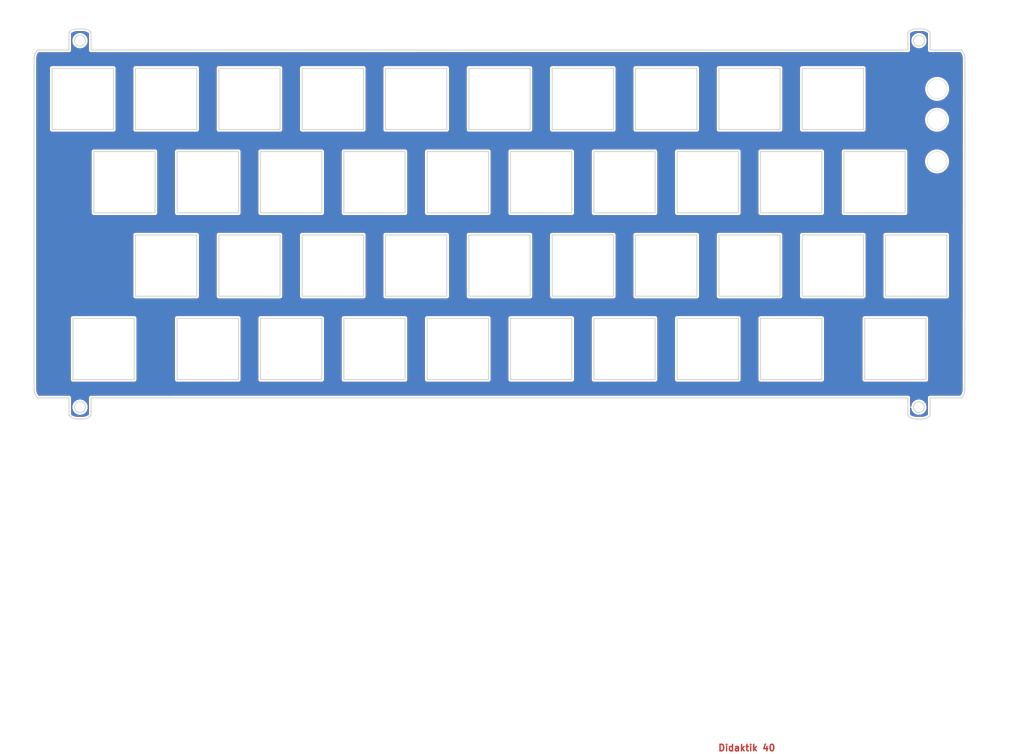
<source format=kicad_pcb>
(kicad_pcb (version 20211014) (generator pcbnew)
  (layers (0 "F.Cu" signal) (31 "B.Cu" signal) (34 "B.Paste" user) (35 "F.Paste" user) (36 "B.SilkS" user "B.Silkscreen") (37 "F.SilkS" user "F.Silkscreen") (38 "B.Mask" user) (39 "F.Mask" user) (44 "Edge.Cuts" user))
  (net 0 "")
  (gr_line (start 196.2 91.425) (end 196.2 105.425) (layer "Edge.Cuts") (width 0.2))
  (gr_line (start 181.625 34.275) (end 167.625 34.275) (layer "Edge.Cuts") (width 0.2))
  (gr_line (start 43.8 53.325) (end 43.8 67.325) (layer "Edge.Cuts") (width 0.2))
  (gr_arc (start 41.275 25.273) (mid 42.29976 25.473579) (end 43.173255 26.045744) (layer "Edge.Cuts") (width 0.2))
  (gr_line (start 234.950082 26.027197) (end 234.950082 30.091197) (layer "Edge.Cuts") (width 0.2))
  (gr_line (start 220.0125 91.425) (end 220.0125 105.425) (layer "Edge.Cuts") (width 0.2))
  (gr_line (start 86.375 86.375) (end 86.375 72.375) (layer "Edge.Cuts") (width 0.2))
  (gr_line (start 53.325 86.375) (end 67.325 86.375) (layer "Edge.Cuts") (width 0.2))
  (gr_line (start 196.2 67.325) (end 210.2 67.325) (layer "Edge.Cuts") (width 0.2))
  (gr_line (start 153.05 67.325) (end 153.05 53.325) (layer "Edge.Cuts") (width 0.2))
  (gr_line (start 43.8 67.325) (end 57.8 67.325) (layer "Edge.Cuts") (width 0.2))
  (gr_line (start 238.775 86.375) (end 238.775 72.375) (layer "Edge.Cuts") (width 0.2))
  (gr_line (start 200.675 72.375) (end 186.675 72.375) (layer "Edge.Cuts") (width 0.2))
  (gr_circle (center 232.410727 27.964913) (end 231.160727 27.964913) (layer "Edge.Cuts") (width 0.2) (fill none))
  (gr_circle (center 236.560064 38.989) (end 238.147564 40.5765) (layer "Edge.Cuts") (width 0.1) (fill none))
  (gr_line (start 86.375 34.275) (end 72.375 34.275) (layer "Edge.Cuts") (width 0.2))
  (gr_line (start 219.725 86.375) (end 219.725 72.375) (layer "Edge.Cuts") (width 0.2))
  (gr_line (start 215.25 67.325) (end 229.25 67.325) (layer "Edge.Cuts") (width 0.2))
  (gr_line (start 229.870045 109.608984) (end 229.87679 113.66224) (layer "Edge.Cuts") (width 0.2))
  (gr_line (start 86.375 48.275) (end 86.375 34.275) (layer "Edge.Cuts") (width 0.2))
  (gr_line (start 167.625 48.275) (end 181.625 48.275) (layer "Edge.Cuts") (width 0.2))
  (gr_line (start 172.1 67.325) (end 172.1 53.325) (layer "Edge.Cuts") (width 0.2))
  (gr_line (start 167.625 72.375) (end 167.625 86.375) (layer "Edge.Cuts") (width 0.2))
  (gr_line (start 143.525 48.275) (end 143.525 34.275) (layer "Edge.Cuts") (width 0.2))
  (gr_line (start 53.325 72.375) (end 53.325 86.375) (layer "Edge.Cuts") (width 0.2))
  (gr_line (start 67.325 34.275) (end 53.325 34.275) (layer "Edge.Cuts") (width 0.2))
  (gr_line (start 48.275 48.275) (end 48.275 34.275) (layer "Edge.Cuts") (width 0.2))
  (gr_line (start 53.0375 91.425) (end 39.0375 91.425) (layer "Edge.Cuts") (width 0.2))
  (gr_line (start 39.0375 105.425) (end 53.0375 105.425) (layer "Edge.Cuts") (width 0.2))
  (gr_line (start 177.15 105.425) (end 191.15 105.425) (layer "Edge.Cuts") (width 0.2))
  (gr_line (start 91.425 86.375) (end 105.425 86.375) (layer "Edge.Cuts") (width 0.2))
  (gr_line (start 53.325 48.275) (end 67.325 48.275) (layer "Edge.Cuts") (width 0.2))
  (gr_line (start 229.25 67.325) (end 229.25 53.325) (layer "Edge.Cuts") (width 0.2))
  (gr_line (start 229.25 53.325) (end 215.25 53.325) (layer "Edge.Cuts") (width 0.2))
  (gr_line (start 114.95 91.425) (end 100.95 91.425) (layer "Edge.Cuts") (width 0.2))
  (gr_line (start 120 53.325) (end 120 67.325) (layer "Edge.Cuts") (width 0.2))
  (gr_line (start 67.325 86.375) (end 67.325 72.375) (layer "Edge.Cuts") (width 0.2))
  (gr_line (start 148.575 72.375) (end 148.575 86.375) (layer "Edge.Cuts") (width 0.2))
  (gr_line (start 210.2 67.325) (end 210.2 53.325) (layer "Edge.Cuts") (width 0.2))
  (gr_line (start 148.575 48.275) (end 162.575 48.275) (layer "Edge.Cuts") (width 0.2))
  (gr_line (start 100.95 67.325) (end 114.95 67.325) (layer "Edge.Cuts") (width 0.2))
  (gr_line (start 129.525 34.275) (end 129.525 48.275) (layer "Edge.Cuts") (width 0.2))
  (gr_line (start 134 91.425) (end 120 91.425) (layer "Edge.Cuts") (width 0.2))
  (gr_line (start 143.525 86.375) (end 143.525 72.375) (layer "Edge.Cuts") (width 0.2))
  (gr_line (start 91.425 34.275) (end 91.425 48.275) (layer "Edge.Cuts") (width 0.2))
  (gr_arc (start 231.775045 114.434984) (mid 230.750282 114.234411) (end 229.87679 113.66224) (layer "Edge.Cuts") (width 0.2))
  (gr_line (start 95.9 105.425) (end 95.9 91.425) (layer "Edge.Cuts") (width 0.2))
  (gr_line (start 200.675 86.375) (end 200.675 72.375) (layer "Edge.Cuts") (width 0.2))
  (gr_line (start 129.525 86.375) (end 143.525 86.375) (layer "Edge.Cuts") (width 0.2))
  (gr_circle (center 40.64 111.74) (end 41.89 111.74) (layer "Edge.Cuts") (width 0.2) (fill none))
  (gr_line (start 158.1 67.325) (end 172.1 67.325) (layer "Edge.Cuts") (width 0.2))
  (gr_arc (start 30.923617 109.613716) (mid 30.343213 108.720505) (end 30.139872 107.674872) (layer "Edge.Cuts") (width 0.2))
  (gr_line (start 210.2 91.425) (end 196.2 91.425) (layer "Edge.Cuts") (width 0.2))
  (gr_line (start 231.775082 25.265197) (end 233.045082 25.265197) (layer "Edge.Cuts") (width 0.2))
  (gr_line (start 177.15 91.425) (end 177.15 105.425) (layer "Edge.Cuts") (width 0.2))
  (gr_line (start 120 91.425) (end 120 105.425) (layer "Edge.Cuts") (width 0.2))
  (gr_line (start 134 105.425) (end 134 91.425) (layer "Edge.Cuts") (width 0.2))
  (gr_line (start 67.325 48.275) (end 67.325 34.275) (layer "Edge.Cuts") (width 0.2))
  (gr_line (start 219.725 72.375) (end 205.725 72.375) (layer "Edge.Cuts") (width 0.2))
  (gr_line (start 62.85 67.325) (end 76.85 67.325) (layer "Edge.Cuts") (width 0.2))
  (gr_line (start 95.9 67.325) (end 95.9 53.325) (layer "Edge.Cuts") (width 0.2))
  (gr_line (start 143.525 72.375) (end 129.525 72.375) (layer "Edge.Cuts") (width 0.2))
  (gr_line (start 205.725 86.375) (end 219.725 86.375) (layer "Edge.Cuts") (width 0.2))
  (gr_line (start 139.05 53.325) (end 139.05 67.325) (layer "Edge.Cuts") (width 0.2))
  (gr_line (start 48.275 34.275) (end 34.275 34.275) (layer "Edge.Cuts") (width 0.2))
  (gr_line (start 181.625 48.275) (end 181.625 34.275) (layer "Edge.Cuts") (width 0.2))
  (gr_line (start 134 53.325) (end 120 53.325) (layer "Edge.Cuts") (width 0.2))
  (gr_line (start 81.9 91.425) (end 81.9 105.425) (layer "Edge.Cuts") (width 0.2))
  (gr_line (start 224.775 72.375) (end 224.775 86.375) (layer "Edge.Cuts") (width 0.2))
  (gr_line (start 238.775 72.375) (end 224.775 72.375) (layer "Edge.Cuts") (width 0.2))
  (gr_line (start 172.1 105.425) (end 172.1 91.425) (layer "Edge.Cuts") (width 0.2))
  (gr_line (start 210.2 53.325) (end 196.2 53.325) (layer "Edge.Cuts") (width 0.2))
  (gr_line (start 72.375 48.275) (end 86.375 48.275) (layer "Edge.Cuts") (width 0.2))
  (gr_line (start 177.15 53.325) (end 177.15 67.325) (layer "Edge.Cuts") (width 0.2))
  (gr_line (start 62.85 53.325) (end 62.85 67.325) (layer "Edge.Cuts") (width 0.2))
  (gr_line (start 139.05 67.325) (end 153.05 67.325) (layer "Edge.Cuts") (width 0.2))
  (gr_line (start 86.375 72.375) (end 72.375 72.375) (layer "Edge.Cuts") (width 0.2))
  (gr_line (start 39.0375 91.425) (end 39.0375 105.425) (layer "Edge.Cuts") (width 0.2))
  (gr_line (start 72.375 86.375) (end 86.375 86.375) (layer "Edge.Cuts") (width 0.2))
  (gr_line (start 67.325 72.375) (end 53.325 72.375) (layer "Edge.Cuts") (width 0.2))
  (gr_line (start 76.85 67.325) (end 76.85 53.325) (layer "Edge.Cuts") (width 0.2))
  (gr_line (start 153.05 53.325) (end 139.05 53.325) (layer "Edge.Cuts") (width 0.2))
  (gr_arc (start 242.883553 107.671425) (mid 242.687723 108.711423) (end 242.127073 109.608984) (layer "Edge.Cuts") (width 0.2))
  (gr_line (start 215.25 53.325) (end 215.25 67.325) (layer "Edge.Cuts") (width 0.2))
  (gr_line (start 110.475 34.275) (end 110.475 48.275) (layer "Edge.Cuts") (width 0.2))
  (gr_line (start 205.725 48.275) (end 219.725 48.275) (layer "Edge.Cuts") (width 0.2))
  (gr_line (start 53.325 34.275) (end 53.325 48.275) (layer "Edge.Cuts") (width 0.2))
  (gr_line (start 41.275645 114.439716) (end 40.005645 114.439716) (layer "Edge.Cuts") (width 0.2))
  (gr_line (start 242.127073 109.608984) (end 234.950045 109.608984) (layer "Edge.Cuts") (width 0.2))
  (gr_line (start 205.725 34.275) (end 205.725 48.275) (layer "Edge.Cuts") (width 0.2))
  (gr_line (start 191.15 91.425) (end 177.15 91.425) (layer "Edge.Cuts") (width 0.2))
  (gr_line (start 191.15 53.325) (end 177.15 53.325) (layer "Edge.Cuts") (width 0.2))
  (gr_line (start 234.950045 109.608984) (end 234.950045 113.672984) (layer "Edge.Cuts") (width 0.2))
  (gr_line (start 43.18 30.099) (end 229.870082 30.091197) (layer "Edge.Cuts") (width 0.2))
  (gr_line (start 114.95 67.325) (end 114.95 53.325) (layer "Edge.Cuts") (width 0.2))
  (gr_line (start 81.9 53.325) (end 81.9 67.325) (layer "Edge.Cuts") (width 0.2))
  (gr_line (start 191.15 105.425) (end 191.15 91.425) (layer "Edge.Cuts") (width 0.2))
  (gr_line (start 229.876827 26.037941) (end 229.870082 30.091197) (layer "Edge.Cuts") (width 0.2))
  (gr_line (start 91.425 72.375) (end 91.425 86.375) (layer "Edge.Cuts") (width 0.2))
  (gr_line (start 81.9 105.425) (end 95.9 105.425) (layer "Edge.Cuts") (width 0.2))
  (gr_line (start 158.1 91.425) (end 158.1 105.425) (layer "Edge.Cuts") (width 0.2))
  (gr_line (start 148.575 34.275) (end 148.575 48.275) (layer "Edge.Cuts") (width 0.2))
  (gr_line (start 105.425 48.275) (end 105.425 34.275) (layer "Edge.Cuts") (width 0.2))
  (gr_line (start 100.95 91.425) (end 100.95 105.425) (layer "Edge.Cuts") (width 0.2))
  (gr_arc (start 229.876827 26.037941) (mid 230.750319 25.46577) (end 231.775082 25.265197) (layer "Edge.Cuts") (width 0.2))
  (gr_line (start 57.8 67.325) (end 57.8 53.325) (layer "Edge.Cuts") (width 0.2))
  (gr_line (start 134 67.325) (end 134 53.325) (layer "Edge.Cuts") (width 0.2))
  (gr_line (start 219.725 48.275) (end 219.725 34.275) (layer "Edge.Cuts") (width 0.2))
  (gr_line (start 62.85 91.425) (end 62.85 105.425) (layer "Edge.Cuts") (width 0.2))
  (gr_circle (center 236.5375 46.0375) (end 238.125 47.625) (layer "Edge.Cuts") (width 0.1) (fill none))
  (gr_line (start 105.425 72.375) (end 91.425 72.375) (layer "Edge.Cuts") (width 0.2))
  (gr_line (start 53.0375 105.425) (end 53.0375 91.425) (layer "Edge.Cuts") (width 0.2))
  (gr_arc (start 30.139483 32.037844) (mid 30.342757 30.992261) (end 30.922972 30.099) (layer "Edge.Cuts") (width 0.2))
  (gr_line (start 38.100645 109.613716) (end 30.923617 109.613716) (layer "Edge.Cuts") (width 0.2))
  (gr_line (start 110.475 72.375) (end 110.475 86.375) (layer "Edge.Cuts") (width 0.2))
  (gr_line (start 172.1 91.425) (end 158.1 91.425) (layer "Edge.Cuts") (width 0.2))
  (gr_line (start 57.8 53.325) (end 43.8 53.325) (layer "Edge.Cuts") (width 0.2))
  (gr_circle (center 40.639355 27.972716) (end 41.889355 27.972716) (layer "Edge.Cuts") (width 0.2) (fill none))
  (gr_arc (start 43.167156 113.656227) (mid 42.29933 114.236109) (end 41.275645 114.439716) (layer "Edge.Cuts") (width 0.2))
  (gr_line (start 181.625 86.375) (end 181.625 72.375) (layer "Edge.Cuts") (width 0.2))
  (gr_circle (center 232.383681 111.736553) (end 233.633681 111.736553) (layer "Edge.Cuts") (width 0.2) (fill none))
  (gr_line (start 76.85 53.325) (end 62.85 53.325) (layer "Edge.Cuts") (width 0.2))
  (gr_line (start 158.1 105.425) (end 172.1 105.425) (layer "Edge.Cuts") (width 0.2))
  (gr_line (start 114.95 105.425) (end 114.95 91.425) (layer "Edge.Cuts") (width 0.2))
  (gr_line (start 234.0125 91.425) (end 220.0125 91.425) (layer "Edge.Cuts") (width 0.2))
  (gr_line (start 153.05 91.425) (end 139.05 91.425) (layer "Edge.Cuts") (width 0.2))
  (gr_line (start 105.425 34.275) (end 91.425 34.275) (layer "Edge.Cuts") (width 0.2))
  (gr_line (start 186.675 34.275) (end 186.675 48.275) (layer "Edge.Cuts") (width 0.2))
  (gr_line (start 162.575 86.375) (end 162.575 72.375) (layer "Edge.Cuts") (width 0.2))
  (gr_line (start 120 67.325) (end 134 67.325) (layer "Edge.Cuts") (width 0.2))
  (gr_line (start 162.575 48.275) (end 162.575 34.275) (layer "Edge.Cuts") (width 0.2))
  (gr_line (start 233.045045 114.434984) (end 231.775045 114.434984) (layer "Edge.Cuts") (width 0.2))
  (gr_line (start 30.139872 107.674872) (end 30.139483 32.037844) (layer "Edge.Cuts") (width 0.2))
  (gr_line (start 105.425 86.375) (end 105.425 72.375) (layer "Edge.Cuts") (width 0.2))
  (gr_line (start 40.005 25.273) (end 41.275 25.273) (layer "Edge.Cuts") (width 0.2))
  (gr_line (start 200.675 48.275) (end 200.675 34.275) (layer "Edge.Cuts") (width 0.2))
  (gr_line (start 129.525 72.375) (end 129.525 86.375) (layer "Edge.Cuts") (width 0.2))
  (gr_arc (start 234.950045 113.672984) (mid 234.070919 114.23742) (end 233.045045 114.434984) (layer "Edge.Cuts") (width 0.2))
  (gr_line (start 72.375 34.275) (end 72.375 48.275) (layer "Edge.Cuts") (width 0.2))
  (gr_line (start 158.1 53.325) (end 158.1 67.325) (layer "Edge.Cuts") (width 0.2))
  (gr_line (start 124.475 72.375) (end 110.475 72.375) (layer "Edge.Cuts") (width 0.2))
  (gr_line (start 129.525 48.275) (end 143.525 48.275) (layer "Edge.Cuts") (width 0.2))
  (gr_line (start 162.575 34.275) (end 148.575 34.275) (layer "Edge.Cuts") (width 0.2))
  (gr_line (start 186.675 48.275) (end 200.675 48.275) (layer "Edge.Cuts") (width 0.2))
  (gr_line (start 167.625 86.375) (end 181.625 86.375) (layer "Edge.Cuts") (width 0.2))
  (gr_line (start 72.375 72.375) (end 72.375 86.375) (layer "Edge.Cuts") (width 0.2))
  (gr_line (start 110.475 86.375) (end 124.475 86.375) (layer "Edge.Cuts") (width 0.2))
  (gr_line (start 219.725 34.275) (end 205.725 34.275) (layer "Edge.Cuts") (width 0.2))
  (gr_line (start 186.675 72.375) (end 186.675 86.375) (layer "Edge.Cuts") (width 0.2))
  (gr_arc (start 38.1 26.035) (mid 38.979126 25.470565) (end 40.005 25.273) (layer "Edge.Cuts") (width 0.2))
  (gr_line (start 167.625 34.275) (end 167.625 48.275) (layer "Edge.Cuts") (width 0.2))
  (gr_line (start 172.1 53.325) (end 158.1 53.325) (layer "Edge.Cuts") (width 0.2))
  (gr_circle (center 236.5375 55.5625) (end 238.125 57.15) (layer "Edge.Cuts") (width 0.1) (fill none))
  (gr_line (start 38.1 30.099) (end 38.1 26.035) (layer "Edge.Cuts") (width 0.2))
  (gr_line (start 110.475 48.275) (end 124.475 48.275) (layer "Edge.Cuts") (width 0.2))
  (gr_line (start 162.575 72.375) (end 148.575 72.375) (layer "Edge.Cuts") (width 0.2))
  (gr_line (start 148.575 86.375) (end 162.575 86.375) (layer "Edge.Cuts") (width 0.2))
  (gr_line (start 120 105.425) (end 134 105.425) (layer "Edge.Cuts") (width 0.2))
  (gr_line (start 124.475 48.275) (end 124.475 34.275) (layer "Edge.Cuts") (width 0.2))
  (gr_line (start 124.475 34.275) (end 110.475 34.275) (layer "Edge.Cuts") (width 0.2))
  (gr_line (start 100.95 105.425) (end 114.95 105.425) (layer "Edge.Cuts") (width 0.2))
  (gr_line (start 114.95 53.325) (end 100.95 53.325) (layer "Edge.Cuts") (width 0.2))
  (gr_line (start 76.85 105.425) (end 76.85 91.425) (layer "Edge.Cuts") (width 0.2))
  (gr_arc (start 242.12711 30.091197) (mid 242.711018 30.985657) (end 242.915685 32.034046) (layer "Edge.Cuts") (width 0.2))
  (gr_line (start 229.870045 109.608984) (end 43.180645 109.613716) (layer "Edge.Cuts") (width 0.2))
  (gr_line (start 95.9 53.325) (end 81.9 53.325) (layer "Edge.Cuts") (width 0.2))
  (gr_line (start 76.85 91.425) (end 62.85 91.425) (layer "Edge.Cuts") (width 0.2))
  (gr_line (start 181.625 72.375) (end 167.625 72.375) (layer "Edge.Cuts") (width 0.2))
  (gr_line (start 95.9 91.425) (end 81.9 91.425) (layer "Edge.Cuts") (width 0.2))
  (gr_line (start 34.275 34.275) (end 34.275 48.275) (layer "Edge.Cuts") (width 0.2))
  (gr_line (start 205.725 72.375) (end 205.725 86.375) (layer "Edge.Cuts") (width 0.2))
  (gr_line (start 191.15 67.325) (end 191.15 53.325) (layer "Edge.Cuts") (width 0.2))
  (gr_line (start 30.922972 30.099) (end 38.1 30.099) (layer "Edge.Cuts") (width 0.2))
  (gr_line (start 62.85 105.425) (end 76.85 105.425) (layer "Edge.Cuts") (width 0.2))
  (gr_line (start 143.525 34.275) (end 129.525 34.275) (layer "Edge.Cuts") (width 0.2))
  (gr_line (start 38.114134 113.656227) (end 38.100645 109.613716) (layer "Edge.Cuts") (width 0.2))
  (gr_line (start 153.05 105.425) (end 153.05 91.425) (layer "Edge.Cuts") (width 0.2))
  (gr_line (start 210.2 105.425) (end 210.2 91.425) (layer "Edge.Cuts") (width 0.2))
  (gr_line (start 139.05 91.425) (end 139.05 105.425) (layer "Edge.Cuts") (width 0.2))
  (gr_line (start 224.775 86.375) (end 238.775 86.375) (layer "Edge.Cuts") (width 0.2))
  (gr_line (start 234.950082 30.091197) (end 242.12711 30.091197) (layer "Edge.Cuts") (width 0.2))
  (gr_arc (start 233.045082 25.265197) (mid 234.070956 25.462761) (end 234.950082 26.027197) (layer "Edge.Cuts") (width 0.2))
  (gr_line (start 220.0125 105.425) (end 234.0125 105.425) (layer "Edge.Cuts") (width 0.2))
  (gr_line (start 124.475 86.375) (end 124.475 72.375) (layer "Edge.Cuts") (width 0.2))
  (gr_line (start 81.9 67.325) (end 95.9 67.325) (layer "Edge.Cuts") (width 0.2))
  (gr_line (start 196.2 53.325) (end 196.2 67.325) (layer "Edge.Cuts") (width 0.2))
  (gr_line (start 196.2 105.425) (end 210.2 105.425) (layer "Edge.Cuts") (width 0.2))
  (gr_line (start 177.15 67.325) (end 191.15 67.325) (layer "Edge.Cuts") (width 0.2))
  (gr_line (start 34.275 48.275) (end 48.275 48.275) (layer "Edge.Cuts") (width 0.2))
  (gr_line (start 139.05 105.425) (end 153.05 105.425) (layer "Edge.Cuts") (width 0.2))
  (gr_line (start 242.915685 32.034046) (end 242.883553 107.671425) (layer "Edge.Cuts") (width 0.2))
  (gr_line (start 234.0125 105.425) (end 234.0125 91.425) (layer "Edge.Cuts") (width 0.2))
  (gr_line (start 100.95 53.325) (end 100.95 67.325) (layer "Edge.Cuts") (width 0.2))
  (gr_line (start 43.18 30.099) (end 43.173255 26.045744) (layer "Edge.Cuts") (width 0.2))
  (gr_arc (start 40.005645 114.439716) (mid 38.981966 114.236095) (end 38.114134 113.656227) (layer "Edge.Cuts") (width 0.2))
  (gr_line (start 186.675 86.375) (end 200.675 86.375) (layer "Edge.Cuts") (width 0.2))
  (gr_line (start 91.425 48.275) (end 105.425 48.275) (layer "Edge.Cuts") (width 0.2))
  (gr_line (start 43.167156 113.656227) (end 43.180645 109.613716) (layer "Edge.Cuts") (width 0.2))
  (gr_line (start 200.675 34.275) (end 186.675 34.275) (layer "Edge.Cuts") (width 0.2))
  (gr_text "Didaktik 40\n" (at 193.04 189.611) (layer "F.Cu") (effects (font (size 1.5 1.5) (thickness 0.3))))
  (zone (net 0) (net_name "") (layers F&B.Cu) (connect_pads (clearance 0.508)) (min_thickness 0.254) (fill yes (thermal_gap 0.508) (thermal_bridge_width 0.508))
    (polygon (pts (xy 256.413 18.796) (xy 255.397 121.92) (xy 22.352 120.015) (xy 24.003 18.669)))
  )
)
</source>
